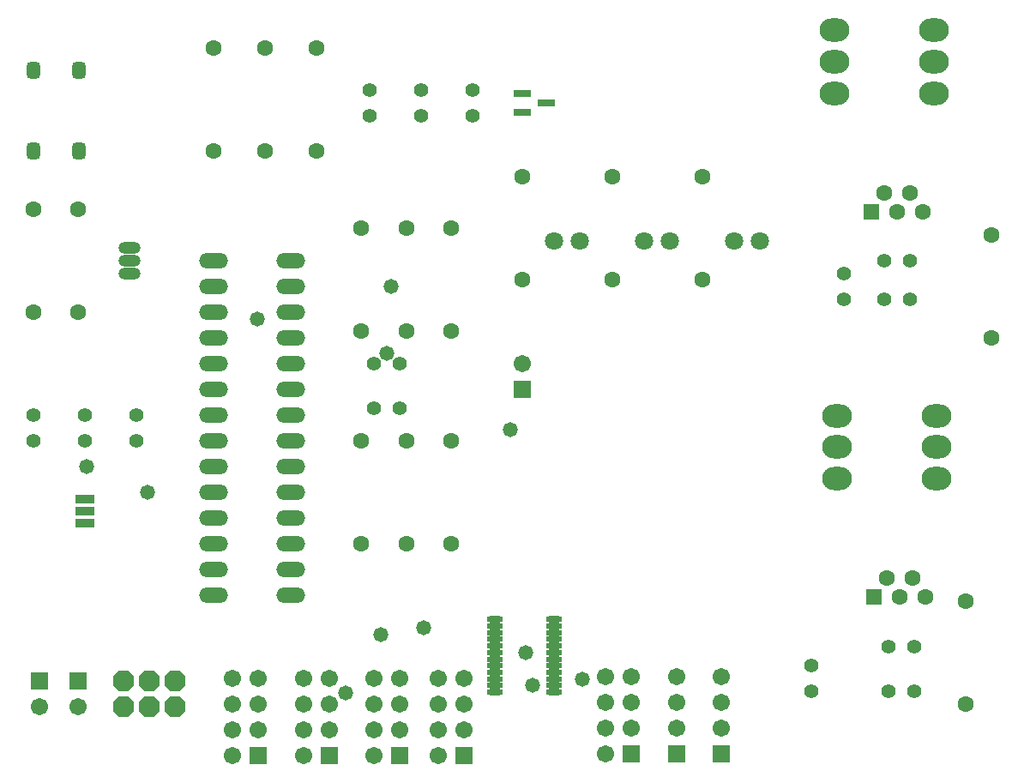
<source format=gts>
G04*
G04 #@! TF.GenerationSoftware,Altium Limited,Altium Designer,19.0.10 (269)*
G04*
G04 Layer_Color=8388736*
%FSLAX24Y24*%
%MOIN*%
G70*
G01*
G75*
%ADD21R,0.0651X0.0316*%
G04:AMPARAMS|DCode=22|XSize=65mil|YSize=53mil|CornerRadius=15.3mil|HoleSize=0mil|Usage=FLASHONLY|Rotation=90.000|XOffset=0mil|YOffset=0mil|HoleType=Round|Shape=RoundedRectangle|*
%AMROUNDEDRECTD22*
21,1,0.0650,0.0225,0,0,90.0*
21,1,0.0345,0.0530,0,0,90.0*
1,1,0.0305,0.0113,0.0173*
1,1,0.0305,0.0113,-0.0173*
1,1,0.0305,-0.0113,-0.0173*
1,1,0.0305,-0.0113,0.0173*
%
%ADD22ROUNDEDRECTD22*%
%ADD23R,0.0750X0.0360*%
%ADD24O,0.0631X0.0257*%
%ADD25C,0.0552*%
%ADD26R,0.0671X0.0671*%
%ADD27C,0.0671*%
%ADD28P,0.0888X8X202.5*%
%ADD29C,0.0710*%
%ADD30C,0.0631*%
%ADD31O,0.0867X0.0474*%
%ADD32O,0.0867X0.0474*%
%ADD33O,0.1120X0.0600*%
%ADD34R,0.0631X0.0631*%
%ADD35O,0.1159X0.0907*%
%ADD36C,0.0580*%
D21*
X20925Y29124D02*
D03*
X20000Y28750D02*
D03*
Y29498D02*
D03*
D22*
X2768Y27250D02*
D03*
Y30404D02*
D03*
X1000Y27250D02*
D03*
Y30404D02*
D03*
D23*
X3000Y12778D02*
D03*
Y13250D02*
D03*
Y13730D02*
D03*
D24*
X21250Y6226D02*
D03*
Y6482D02*
D03*
Y6738D02*
D03*
Y6994D02*
D03*
Y7250D02*
D03*
Y7506D02*
D03*
Y7762D02*
D03*
Y8018D02*
D03*
Y8274D02*
D03*
Y8530D02*
D03*
Y8785D02*
D03*
Y9041D02*
D03*
X18927Y6226D02*
D03*
Y6482D02*
D03*
Y6738D02*
D03*
Y6994D02*
D03*
Y7250D02*
D03*
Y7506D02*
D03*
Y7762D02*
D03*
Y8018D02*
D03*
Y8274D02*
D03*
Y8530D02*
D03*
Y8785D02*
D03*
Y9041D02*
D03*
D25*
X14077Y28628D02*
D03*
Y29628D02*
D03*
X18077D02*
D03*
Y28628D02*
D03*
X16077Y29628D02*
D03*
Y28628D02*
D03*
X1000Y17000D02*
D03*
Y16000D02*
D03*
X3000Y17000D02*
D03*
Y16000D02*
D03*
X5000Y17000D02*
D03*
Y16000D02*
D03*
X34063Y23000D02*
D03*
X35063D02*
D03*
X31250Y6250D02*
D03*
Y7250D02*
D03*
X32500Y22500D02*
D03*
Y21500D02*
D03*
X35063D02*
D03*
X34063D02*
D03*
X35250Y8000D02*
D03*
X34250D02*
D03*
X35250Y6250D02*
D03*
X34250D02*
D03*
X15250Y17250D02*
D03*
X14250D02*
D03*
X15250Y19000D02*
D03*
X14250D02*
D03*
D26*
X2750Y6657D02*
D03*
X1250D02*
D03*
X27750Y3829D02*
D03*
X26000D02*
D03*
X20000Y18000D02*
D03*
X24250Y3829D02*
D03*
X17750Y3750D02*
D03*
X12500D02*
D03*
X15250D02*
D03*
X9750D02*
D03*
D27*
X2750Y5657D02*
D03*
X1250D02*
D03*
X27750Y6829D02*
D03*
Y5829D02*
D03*
Y4829D02*
D03*
X26000Y6829D02*
D03*
Y5829D02*
D03*
Y4829D02*
D03*
X20000Y19000D02*
D03*
X23250Y6829D02*
D03*
X24250D02*
D03*
X23250Y5829D02*
D03*
X24250D02*
D03*
X23250Y4829D02*
D03*
X24250D02*
D03*
X23250Y3829D02*
D03*
X16750Y6750D02*
D03*
X17750D02*
D03*
X16750Y5750D02*
D03*
X17750D02*
D03*
X16750Y4750D02*
D03*
X17750D02*
D03*
X16750Y3750D02*
D03*
X11500Y6750D02*
D03*
X12500D02*
D03*
X11500Y5750D02*
D03*
X12500D02*
D03*
X11500Y4750D02*
D03*
X12500D02*
D03*
X11500Y3750D02*
D03*
X14250Y6750D02*
D03*
X15250D02*
D03*
X14250Y5750D02*
D03*
X15250D02*
D03*
X14250Y4750D02*
D03*
X15250D02*
D03*
X14250Y3750D02*
D03*
X8750Y6750D02*
D03*
X9750D02*
D03*
X8750Y5750D02*
D03*
X9750D02*
D03*
X8750Y4750D02*
D03*
X9750D02*
D03*
X8750Y3750D02*
D03*
D28*
X6500Y6657D02*
D03*
Y5657D02*
D03*
X5500Y6657D02*
D03*
Y5657D02*
D03*
X4500Y6657D02*
D03*
Y5657D02*
D03*
D29*
X28250Y23750D02*
D03*
X29250D02*
D03*
X21250D02*
D03*
X22250D02*
D03*
X24750D02*
D03*
X25750D02*
D03*
D30*
X27000Y22250D02*
D03*
Y26250D02*
D03*
X12000Y27250D02*
D03*
Y31250D02*
D03*
X10000Y27250D02*
D03*
Y31250D02*
D03*
X1000Y25000D02*
D03*
Y21000D02*
D03*
X2750Y25000D02*
D03*
Y21000D02*
D03*
X8000Y31250D02*
D03*
Y27250D02*
D03*
X20000Y22250D02*
D03*
Y26250D02*
D03*
X23500Y22250D02*
D03*
Y26250D02*
D03*
X35563Y24878D02*
D03*
X34563D02*
D03*
X34063Y25628D02*
D03*
X35063D02*
D03*
X35671Y9907D02*
D03*
X34671D02*
D03*
X34171Y10657D02*
D03*
X35171D02*
D03*
X38250Y24000D02*
D03*
Y20000D02*
D03*
X37250Y9750D02*
D03*
Y5750D02*
D03*
X13750Y16000D02*
D03*
Y12000D02*
D03*
X17238D02*
D03*
Y16000D02*
D03*
X13750Y20250D02*
D03*
Y24250D02*
D03*
X17238D02*
D03*
Y20250D02*
D03*
X15500Y12000D02*
D03*
Y16000D02*
D03*
Y24250D02*
D03*
Y20250D02*
D03*
D31*
X4750Y23500D02*
D03*
D32*
Y23000D02*
D03*
Y22500D02*
D03*
D33*
X11000Y23000D02*
D03*
Y22000D02*
D03*
Y21000D02*
D03*
Y20000D02*
D03*
Y19000D02*
D03*
Y18000D02*
D03*
Y17000D02*
D03*
Y16000D02*
D03*
Y15000D02*
D03*
Y14000D02*
D03*
Y13000D02*
D03*
Y12000D02*
D03*
Y11000D02*
D03*
Y10000D02*
D03*
X8000D02*
D03*
Y11000D02*
D03*
Y12000D02*
D03*
Y13000D02*
D03*
Y14000D02*
D03*
Y15000D02*
D03*
Y16000D02*
D03*
Y17000D02*
D03*
Y18000D02*
D03*
Y19000D02*
D03*
Y20000D02*
D03*
Y21000D02*
D03*
Y22000D02*
D03*
Y23000D02*
D03*
D34*
X33563Y24878D02*
D03*
X33671Y9907D02*
D03*
D35*
X36000Y31941D02*
D03*
Y30720D02*
D03*
Y29500D02*
D03*
X32142D02*
D03*
Y30720D02*
D03*
Y31941D02*
D03*
X36108Y16970D02*
D03*
Y15750D02*
D03*
Y14530D02*
D03*
X32250D02*
D03*
Y15750D02*
D03*
Y16970D02*
D03*
D36*
X20420Y6490D02*
D03*
X22340Y6738D02*
D03*
X9710Y20730D02*
D03*
X13140Y6200D02*
D03*
X14750Y19390D02*
D03*
X3090Y15000D02*
D03*
X5432Y14000D02*
D03*
X19530Y16430D02*
D03*
X20130Y7740D02*
D03*
X14920Y22000D02*
D03*
X16170Y8710D02*
D03*
X14500Y8450D02*
D03*
M02*

</source>
